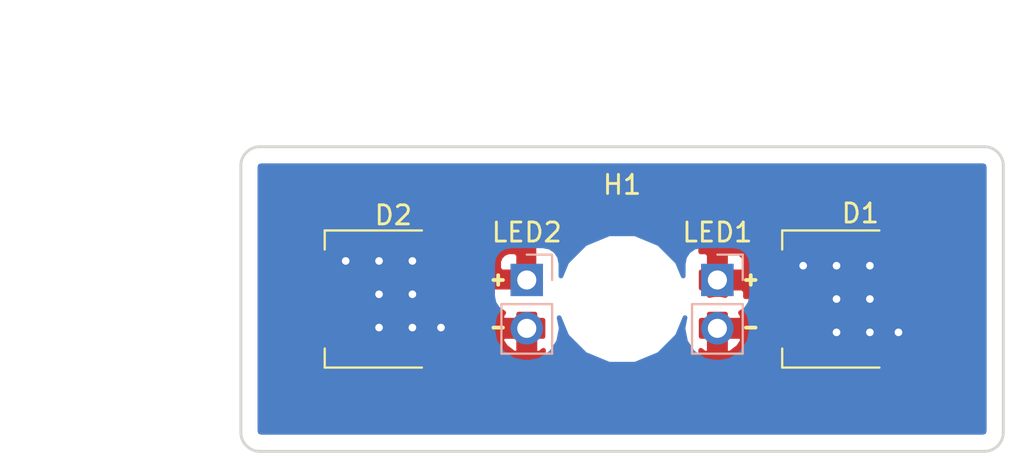
<source format=kicad_pcb>
(kicad_pcb (version 20171130) (host pcbnew "(5.0.2)-1")

  (general
    (thickness 1.6)
    (drawings 20)
    (tracks 18)
    (zones 0)
    (modules 5)
    (nets 6)
  )

  (page A4)
  (layers
    (0 F.Cu signal)
    (31 B.Cu signal)
    (32 B.Adhes user)
    (33 F.Adhes user)
    (34 B.Paste user)
    (35 F.Paste user)
    (36 B.SilkS user)
    (37 F.SilkS user)
    (38 B.Mask user)
    (39 F.Mask user)
    (40 Dwgs.User user)
    (41 Cmts.User user)
    (42 Eco1.User user)
    (43 Eco2.User user)
    (44 Edge.Cuts user)
    (45 Margin user)
    (46 B.CrtYd user)
    (47 F.CrtYd user)
    (48 B.Fab user hide)
    (49 F.Fab user hide)
  )

  (setup
    (last_trace_width 2)
    (trace_clearance 0.5)
    (zone_clearance 0.8)
    (zone_45_only no)
    (trace_min 0.2)
    (segment_width 0.2)
    (edge_width 0.15)
    (via_size 0.8)
    (via_drill 0.4)
    (via_min_size 0.4)
    (via_min_drill 0.3)
    (uvia_size 0.3)
    (uvia_drill 0.1)
    (uvias_allowed no)
    (uvia_min_size 0.2)
    (uvia_min_drill 0.1)
    (pcb_text_width 0.3)
    (pcb_text_size 1.5 1.5)
    (mod_edge_width 0.15)
    (mod_text_size 1 1)
    (mod_text_width 0.15)
    (pad_size 2.5 2.5)
    (pad_drill 2.5)
    (pad_to_mask_clearance 0.05)
    (solder_mask_min_width 0.2)
    (aux_axis_origin 0 0)
    (visible_elements 7FFFFF7F)
    (pcbplotparams
      (layerselection 0x010fc_ffffffff)
      (usegerberextensions false)
      (usegerberattributes false)
      (usegerberadvancedattributes false)
      (creategerberjobfile false)
      (excludeedgelayer true)
      (linewidth 0.200000)
      (plotframeref false)
      (viasonmask false)
      (mode 1)
      (useauxorigin false)
      (hpglpennumber 1)
      (hpglpenspeed 20)
      (hpglpendiameter 15.000000)
      (psnegative false)
      (psa4output false)
      (plotreference true)
      (plotvalue true)
      (plotinvisibletext false)
      (padsonsilk false)
      (subtractmaskfromsilk false)
      (outputformat 1)
      (mirror false)
      (drillshape 1)
      (scaleselection 1)
      (outputdirectory ""))
  )

  (net 0 "")
  (net 1 /LED1-)
  (net 2 /LED1+)
  (net 3 /T)
  (net 4 /LED2-)
  (net 5 /LED2+)

  (net_class Default "Это класс цепей по умолчанию."
    (clearance 0.5)
    (trace_width 2)
    (via_dia 0.8)
    (via_drill 0.4)
    (uvia_dia 0.3)
    (uvia_drill 0.1)
    (add_net /LED1+)
    (add_net /LED1-)
    (add_net /LED2+)
    (add_net /LED2-)
    (add_net /T)
  )

  (module MountingHole:MountingHole_5mm (layer F.Cu) (tedit 56D1B4CB) (tstamp 5CACEA18)
    (at 119.5 59)
    (descr "Mounting Hole 5mm, no annular")
    (tags "mounting hole 5mm no annular")
    (path /5CACDE90)
    (attr virtual)
    (fp_text reference H1 (at 0 -6) (layer F.SilkS)
      (effects (font (size 1 1) (thickness 0.15)))
    )
    (fp_text value MountingHole (at 0 6) (layer F.Fab)
      (effects (font (size 1 1) (thickness 0.15)))
    )
    (fp_circle (center 0 0) (end 5.25 0) (layer F.CrtYd) (width 0.05))
    (fp_circle (center 0 0) (end 5 0) (layer Cmts.User) (width 0.15))
    (fp_text user %R (at 0.3 0) (layer F.Fab)
      (effects (font (size 1 1) (thickness 0.15)))
    )
    (pad 1 np_thru_hole circle (at 0 0) (size 5 5) (drill 5) (layers *.Cu *.Mask))
  )

  (module Connector_PinHeader_2.54mm:PinHeader_1x02_P2.54mm_Vertical (layer B.Cu) (tedit 5CA0635C) (tstamp 5CA83013)
    (at 124.5 58 180)
    (descr "Through hole straight pin header, 1x02, 2.54mm pitch, single row")
    (tags "Through hole pin header THT 1x02 2.54mm single row")
    (path /5C996674)
    (fp_text reference J4 (at 0 2.33 180) (layer B.SilkS) hide
      (effects (font (size 1 1) (thickness 0.15)) (justify mirror))
    )
    (fp_text value Conn_01x02_Male (at 0 -4.87 180) (layer B.Fab)
      (effects (font (size 1 1) (thickness 0.15)) (justify mirror))
    )
    (fp_text user %R (at 0 -1.27 90) (layer B.Fab)
      (effects (font (size 1 1) (thickness 0.15)) (justify mirror))
    )
    (fp_line (start 1.8 1.8) (end -1.8 1.8) (layer B.CrtYd) (width 0.05))
    (fp_line (start 1.8 -4.35) (end 1.8 1.8) (layer B.CrtYd) (width 0.05))
    (fp_line (start -1.8 -4.35) (end 1.8 -4.35) (layer B.CrtYd) (width 0.05))
    (fp_line (start -1.8 1.8) (end -1.8 -4.35) (layer B.CrtYd) (width 0.05))
    (fp_line (start -1.33 1.33) (end 0 1.33) (layer B.SilkS) (width 0.12))
    (fp_line (start -1.33 0) (end -1.33 1.33) (layer B.SilkS) (width 0.12))
    (fp_line (start -1.33 -1.27) (end 1.33 -1.27) (layer B.SilkS) (width 0.12))
    (fp_line (start 1.33 -1.27) (end 1.33 -3.87) (layer B.SilkS) (width 0.12))
    (fp_line (start -1.33 -1.27) (end -1.33 -3.87) (layer B.SilkS) (width 0.12))
    (fp_line (start -1.33 -3.87) (end 1.33 -3.87) (layer B.SilkS) (width 0.12))
    (fp_line (start -1.27 0.635) (end -0.635 1.27) (layer B.Fab) (width 0.1))
    (fp_line (start -1.27 -3.81) (end -1.27 0.635) (layer B.Fab) (width 0.1))
    (fp_line (start 1.27 -3.81) (end -1.27 -3.81) (layer B.Fab) (width 0.1))
    (fp_line (start 1.27 1.27) (end 1.27 -3.81) (layer B.Fab) (width 0.1))
    (fp_line (start -0.635 1.27) (end 1.27 1.27) (layer B.Fab) (width 0.1))
    (pad 2 thru_hole oval (at 0 -2.54 180) (size 1.7 1.7) (drill 1) (layers *.Cu *.Mask)
      (net 1 /LED1-))
    (pad 1 thru_hole rect (at 0 0 180) (size 1.7 1.7) (drill 1) (layers *.Cu *.Mask)
      (net 2 /LED1+))
    (model ${KISYS3DMOD}/Connector_PinHeader_2.54mm.3dshapes/PinHeader_1x02_P2.54mm_Vertical.wrl
      (at (xyz 0 0 0))
      (scale (xyz 1 1 1))
      (rotate (xyz 0 0 0))
    )
  )

  (module Connector_PinHeader_2.54mm:PinHeader_1x02_P2.54mm_Vertical (layer B.Cu) (tedit 5C9D28A9) (tstamp 5CA75F97)
    (at 114.5 58 180)
    (descr "Through hole straight pin header, 1x02, 2.54mm pitch, single row")
    (tags "Through hole pin header THT 1x02 2.54mm single row")
    (path /5CA5FF58)
    (fp_text reference J5 (at 0 2.33 180) (layer B.SilkS) hide
      (effects (font (size 1 1) (thickness 0.15)) (justify mirror))
    )
    (fp_text value Conn_01x02_Male (at 0 -4.87 180) (layer B.Fab)
      (effects (font (size 1 1) (thickness 0.15)) (justify mirror))
    )
    (fp_line (start -0.635 1.27) (end 1.27 1.27) (layer B.Fab) (width 0.1))
    (fp_line (start 1.27 1.27) (end 1.27 -3.81) (layer B.Fab) (width 0.1))
    (fp_line (start 1.27 -3.81) (end -1.27 -3.81) (layer B.Fab) (width 0.1))
    (fp_line (start -1.27 -3.81) (end -1.27 0.635) (layer B.Fab) (width 0.1))
    (fp_line (start -1.27 0.635) (end -0.635 1.27) (layer B.Fab) (width 0.1))
    (fp_line (start -1.33 -3.87) (end 1.33 -3.87) (layer B.SilkS) (width 0.12))
    (fp_line (start -1.33 -1.27) (end -1.33 -3.87) (layer B.SilkS) (width 0.12))
    (fp_line (start 1.33 -1.27) (end 1.33 -3.87) (layer B.SilkS) (width 0.12))
    (fp_line (start -1.33 -1.27) (end 1.33 -1.27) (layer B.SilkS) (width 0.12))
    (fp_line (start -1.33 0) (end -1.33 1.33) (layer B.SilkS) (width 0.12))
    (fp_line (start -1.33 1.33) (end 0 1.33) (layer B.SilkS) (width 0.12))
    (fp_line (start -1.8 1.8) (end -1.8 -4.35) (layer B.CrtYd) (width 0.05))
    (fp_line (start -1.8 -4.35) (end 1.8 -4.35) (layer B.CrtYd) (width 0.05))
    (fp_line (start 1.8 -4.35) (end 1.8 1.8) (layer B.CrtYd) (width 0.05))
    (fp_line (start 1.8 1.8) (end -1.8 1.8) (layer B.CrtYd) (width 0.05))
    (fp_text user %R (at 0 -1.27 90) (layer B.Fab)
      (effects (font (size 1 1) (thickness 0.15)) (justify mirror))
    )
    (pad 1 thru_hole rect (at 0 0 180) (size 1.7 1.7) (drill 1) (layers *.Cu *.Mask)
      (net 5 /LED2+))
    (pad 2 thru_hole oval (at 0 -2.54 180) (size 1.7 1.7) (drill 1) (layers *.Cu *.Mask)
      (net 4 /LED2-))
    (model ${KISYS3DMOD}/Connector_PinHeader_2.54mm.3dshapes/PinHeader_1x02_P2.54mm_Vertical.wrl
      (at (xyz 0 0 0))
      (scale (xyz 1 1 1))
      (rotate (xyz 0 0 0))
    )
  )

  (module my_lib:LED_Cree-XHP70_12V (layer F.Cu) (tedit 5CA63EAD) (tstamp 5CA76BCE)
    (at 131.5 59)
    (descr "Cree XHP70 LED, 12V version, http://www.cree.com/~/media/Files/Cree/LED%20Components%20and%20Modules/XLamp/Data%20and%20Binning/ds%20XHP70.pdf")
    (tags "LED Cree XHP70")
    (path /5CA752EC)
    (attr smd)
    (fp_text reference D1 (at 0.5 -4.5) (layer F.SilkS)
      (effects (font (size 1 1) (thickness 0.15)))
    )
    (fp_text value LED_Cree_XHP70_12V (at 0 4.4) (layer F.Fab)
      (effects (font (size 1 1) (thickness 0.15)))
    )
    (fp_line (start 2.75 0) (end 2.75 1.75) (layer F.Fab) (width 0.1))
    (fp_line (start -2.75 0) (end 2.75 0) (layer F.Fab) (width 0.1))
    (fp_line (start -2.75 -1.75) (end -2.75 0) (layer F.Fab) (width 0.1))
    (fp_line (start -0.5 -1.75) (end 0.5 -1.75) (layer F.Fab) (width 0.1))
    (fp_line (start -0.5 -2.5) (end -1.75 -1.75) (layer F.Fab) (width 0.1))
    (fp_line (start -0.5 -1) (end -0.5 -2.5) (layer F.Fab) (width 0.1))
    (fp_line (start -1.75 -1.75) (end -0.5 -1) (layer F.Fab) (width 0.1))
    (fp_line (start -1.75 -1.75) (end -1.75 -1) (layer F.Fab) (width 0.1))
    (fp_line (start -1.75 -1.75) (end -1.75 -2.5) (layer F.Fab) (width 0.1))
    (fp_line (start -2.75 -1.75) (end -1.75 -1.75) (layer F.Fab) (width 0.1))
    (fp_line (start 0.5 -2.5) (end 0.5 -1) (layer F.Fab) (width 0.1))
    (fp_line (start 0.5 -1.75) (end 1.75 -2.5) (layer F.Fab) (width 0.1))
    (fp_line (start 1.75 -1) (end 0.5 -1.75) (layer F.Fab) (width 0.1))
    (fp_line (start 1.75 -1.75) (end 1.75 -1) (layer F.Fab) (width 0.1))
    (fp_line (start 1.75 -1.75) (end 1.75 -2.5) (layer F.Fab) (width 0.1))
    (fp_line (start 2.75 -1.75) (end 1.75 -1.75) (layer F.Fab) (width 0.1))
    (fp_line (start -3.6 -3.6) (end -3.6 -2.6) (layer F.SilkS) (width 0.12))
    (fp_line (start 1.5 -3.6) (end -3.6 -3.6) (layer F.SilkS) (width 0.12))
    (fp_line (start -3.6 3.6) (end -3.6 2.6) (layer F.SilkS) (width 0.12))
    (fp_line (start 1.5 3.6) (end -3.6 3.6) (layer F.SilkS) (width 0.12))
    (fp_line (start 3.7 3.7) (end 3.7 -3.7) (layer F.CrtYd) (width 0.05))
    (fp_line (start -3.7 3.7) (end 3.7 3.7) (layer F.CrtYd) (width 0.05))
    (fp_line (start -3.7 -3.7) (end -3.7 3.7) (layer F.CrtYd) (width 0.05))
    (fp_line (start 3.7 -3.7) (end -3.7 -3.7) (layer F.CrtYd) (width 0.05))
    (fp_line (start 3.5 3.5) (end 3.5 -3.5) (layer F.Fab) (width 0.1))
    (fp_line (start -3.5 3.5) (end 3.5 3.5) (layer F.Fab) (width 0.1))
    (fp_line (start -3.5 -3.5) (end -3.5 3.5) (layer F.Fab) (width 0.1))
    (fp_line (start 3.5 -3.5) (end -3.5 -3.5) (layer F.Fab) (width 0.1))
    (fp_line (start -0.5 1.75) (end 0.5 1.75) (layer F.Fab) (width 0.1))
    (fp_line (start 2.75 1.75) (end 1.75 1.75) (layer F.Fab) (width 0.1))
    (fp_line (start 1.75 1.75) (end 1.75 1) (layer F.Fab) (width 0.1))
    (fp_line (start 1.75 1.75) (end 1.75 2.5) (layer F.Fab) (width 0.1))
    (fp_line (start 1.75 2.5) (end 0.5 1.75) (layer F.Fab) (width 0.1))
    (fp_line (start 0.5 1.75) (end 1.75 1) (layer F.Fab) (width 0.1))
    (fp_line (start 0.5 1) (end 0.5 2.5) (layer F.Fab) (width 0.1))
    (fp_line (start -2.75 1.75) (end -1.75 1.75) (layer F.Fab) (width 0.1))
    (fp_line (start -1.75 1.75) (end -1.75 1) (layer F.Fab) (width 0.1))
    (fp_line (start -1.75 1.75) (end -1.75 2.5) (layer F.Fab) (width 0.1))
    (fp_line (start -1.75 1.75) (end -0.5 2.5) (layer F.Fab) (width 0.1))
    (fp_line (start -0.5 2.5) (end -0.5 1) (layer F.Fab) (width 0.1))
    (fp_line (start -0.5 1) (end -1.75 1.75) (layer F.Fab) (width 0.1))
    (fp_text user %R (at 0 0) (layer F.Fab)
      (effects (font (size 1 1) (thickness 0.1)))
    )
    (pad 1 smd rect (at -3 1.815) (size 0.7 3.13) (layers F.Cu F.Paste F.Mask)
      (net 1 /LED1-))
    (pad 2 smd rect (at 3 -1.815) (size 0.7 3.13) (layers F.Cu F.Paste F.Mask)
      (net 2 /LED1+))
    (pad 3 smd rect (at 0 0) (size 3.9 6.76) (layers F.Cu F.Mask)
      (net 3 /T))
    (pad 3 smd rect (at 2.65 1.815) (size 1.4 3.13) (layers F.Cu F.Mask)
      (net 3 /T))
    (pad 3 smd rect (at -2.65 -1.815) (size 1.4 3.13) (layers F.Cu F.Mask)
      (net 3 /T))
    (pad 3 smd rect (at -3 -1.815) (size 0.7 3.13) (layers F.Paste)
      (net 3 /T))
    (pad 3 smd rect (at 3 1.815) (size 0.7 3.13) (layers F.Paste)
      (net 3 /T))
    (pad 3 smd rect (at -0.77 -2.31) (size 1.29 1.29) (layers F.Paste)
      (net 3 /T))
    (pad 3 smd rect (at 0.77 -2.31) (size 1.29 1.29) (layers F.Paste)
      (net 3 /T))
    (pad 3 smd rect (at -0.77 -0.77) (size 1.29 1.29) (layers F.Paste)
      (net 3 /T))
    (pad 3 smd rect (at 0.77 -0.77) (size 1.29 1.29) (layers F.Paste)
      (net 3 /T))
    (pad 3 smd rect (at -0.77 0.77) (size 1.29 1.29) (layers F.Paste)
      (net 3 /T))
    (pad 3 smd rect (at 0.77 0.77) (size 1.29 1.29) (layers F.Paste)
      (net 3 /T))
    (pad 3 smd rect (at -0.77 2.31) (size 1.29 1.29) (layers F.Paste)
      (net 3 /T))
    (pad 3 smd rect (at 0.77 2.31) (size 1.29 1.29) (layers F.Paste)
      (net 3 /T))
    (model D:/GIT/my_rep/Ki_Lib/my_3d_lib/LED_XHP_70.stp
      (at (xyz 0 0 0))
      (scale (xyz 1 1 1))
      (rotate (xyz 0 0 0))
    )
  )

  (module my_lib:LED_Cree-XHP70_12V (layer F.Cu) (tedit 5CA63EAD) (tstamp 5CA77B0A)
    (at 107.5 59)
    (descr "Cree XHP70 LED, 12V version, http://www.cree.com/~/media/Files/Cree/LED%20Components%20and%20Modules/XLamp/Data%20and%20Binning/ds%20XHP70.pdf")
    (tags "LED Cree XHP70")
    (path /5CA75539)
    (attr smd)
    (fp_text reference D2 (at 0 -4.4) (layer F.SilkS)
      (effects (font (size 1 1) (thickness 0.15)))
    )
    (fp_text value LED_Cree_XHP70_12V (at 0 4.4) (layer F.Fab)
      (effects (font (size 1 1) (thickness 0.15)))
    )
    (fp_line (start 2.75 0) (end 2.75 1.75) (layer F.Fab) (width 0.1))
    (fp_line (start -2.75 0) (end 2.75 0) (layer F.Fab) (width 0.1))
    (fp_line (start -2.75 -1.75) (end -2.75 0) (layer F.Fab) (width 0.1))
    (fp_line (start -0.5 -1.75) (end 0.5 -1.75) (layer F.Fab) (width 0.1))
    (fp_line (start -0.5 -2.5) (end -1.75 -1.75) (layer F.Fab) (width 0.1))
    (fp_line (start -0.5 -1) (end -0.5 -2.5) (layer F.Fab) (width 0.1))
    (fp_line (start -1.75 -1.75) (end -0.5 -1) (layer F.Fab) (width 0.1))
    (fp_line (start -1.75 -1.75) (end -1.75 -1) (layer F.Fab) (width 0.1))
    (fp_line (start -1.75 -1.75) (end -1.75 -2.5) (layer F.Fab) (width 0.1))
    (fp_line (start -2.75 -1.75) (end -1.75 -1.75) (layer F.Fab) (width 0.1))
    (fp_line (start 0.5 -2.5) (end 0.5 -1) (layer F.Fab) (width 0.1))
    (fp_line (start 0.5 -1.75) (end 1.75 -2.5) (layer F.Fab) (width 0.1))
    (fp_line (start 1.75 -1) (end 0.5 -1.75) (layer F.Fab) (width 0.1))
    (fp_line (start 1.75 -1.75) (end 1.75 -1) (layer F.Fab) (width 0.1))
    (fp_line (start 1.75 -1.75) (end 1.75 -2.5) (layer F.Fab) (width 0.1))
    (fp_line (start 2.75 -1.75) (end 1.75 -1.75) (layer F.Fab) (width 0.1))
    (fp_line (start -3.6 -3.6) (end -3.6 -2.6) (layer F.SilkS) (width 0.12))
    (fp_line (start 1.5 -3.6) (end -3.6 -3.6) (layer F.SilkS) (width 0.12))
    (fp_line (start -3.6 3.6) (end -3.6 2.6) (layer F.SilkS) (width 0.12))
    (fp_line (start 1.5 3.6) (end -3.6 3.6) (layer F.SilkS) (width 0.12))
    (fp_line (start 3.7 3.7) (end 3.7 -3.7) (layer F.CrtYd) (width 0.05))
    (fp_line (start -3.7 3.7) (end 3.7 3.7) (layer F.CrtYd) (width 0.05))
    (fp_line (start -3.7 -3.7) (end -3.7 3.7) (layer F.CrtYd) (width 0.05))
    (fp_line (start 3.7 -3.7) (end -3.7 -3.7) (layer F.CrtYd) (width 0.05))
    (fp_line (start 3.5 3.5) (end 3.5 -3.5) (layer F.Fab) (width 0.1))
    (fp_line (start -3.5 3.5) (end 3.5 3.5) (layer F.Fab) (width 0.1))
    (fp_line (start -3.5 -3.5) (end -3.5 3.5) (layer F.Fab) (width 0.1))
    (fp_line (start 3.5 -3.5) (end -3.5 -3.5) (layer F.Fab) (width 0.1))
    (fp_line (start -0.5 1.75) (end 0.5 1.75) (layer F.Fab) (width 0.1))
    (fp_line (start 2.75 1.75) (end 1.75 1.75) (layer F.Fab) (width 0.1))
    (fp_line (start 1.75 1.75) (end 1.75 1) (layer F.Fab) (width 0.1))
    (fp_line (start 1.75 1.75) (end 1.75 2.5) (layer F.Fab) (width 0.1))
    (fp_line (start 1.75 2.5) (end 0.5 1.75) (layer F.Fab) (width 0.1))
    (fp_line (start 0.5 1.75) (end 1.75 1) (layer F.Fab) (width 0.1))
    (fp_line (start 0.5 1) (end 0.5 2.5) (layer F.Fab) (width 0.1))
    (fp_line (start -2.75 1.75) (end -1.75 1.75) (layer F.Fab) (width 0.1))
    (fp_line (start -1.75 1.75) (end -1.75 1) (layer F.Fab) (width 0.1))
    (fp_line (start -1.75 1.75) (end -1.75 2.5) (layer F.Fab) (width 0.1))
    (fp_line (start -1.75 1.75) (end -0.5 2.5) (layer F.Fab) (width 0.1))
    (fp_line (start -0.5 2.5) (end -0.5 1) (layer F.Fab) (width 0.1))
    (fp_line (start -0.5 1) (end -1.75 1.75) (layer F.Fab) (width 0.1))
    (fp_text user %R (at 0 0) (layer F.Fab)
      (effects (font (size 1 1) (thickness 0.1)))
    )
    (pad 1 smd rect (at -3 1.815) (size 0.7 3.13) (layers F.Cu F.Paste F.Mask)
      (net 4 /LED2-))
    (pad 2 smd rect (at 3 -1.815) (size 0.7 3.13) (layers F.Cu F.Paste F.Mask)
      (net 5 /LED2+))
    (pad 3 smd rect (at 0 0) (size 3.9 6.76) (layers F.Cu F.Mask)
      (net 3 /T))
    (pad 3 smd rect (at 2.65 1.815) (size 1.4 3.13) (layers F.Cu F.Mask)
      (net 3 /T))
    (pad 3 smd rect (at -2.65 -1.815) (size 1.4 3.13) (layers F.Cu F.Mask)
      (net 3 /T))
    (pad 3 smd rect (at -3 -1.815) (size 0.7 3.13) (layers F.Paste)
      (net 3 /T))
    (pad 3 smd rect (at 3 1.815) (size 0.7 3.13) (layers F.Paste)
      (net 3 /T))
    (pad 3 smd rect (at -0.77 -2.31) (size 1.29 1.29) (layers F.Paste)
      (net 3 /T))
    (pad 3 smd rect (at 0.77 -2.31) (size 1.29 1.29) (layers F.Paste)
      (net 3 /T))
    (pad 3 smd rect (at -0.77 -0.77) (size 1.29 1.29) (layers F.Paste)
      (net 3 /T))
    (pad 3 smd rect (at 0.77 -0.77) (size 1.29 1.29) (layers F.Paste)
      (net 3 /T))
    (pad 3 smd rect (at -0.77 0.77) (size 1.29 1.29) (layers F.Paste)
      (net 3 /T))
    (pad 3 smd rect (at 0.77 0.77) (size 1.29 1.29) (layers F.Paste)
      (net 3 /T))
    (pad 3 smd rect (at -0.77 2.31) (size 1.29 1.29) (layers F.Paste)
      (net 3 /T))
    (pad 3 smd rect (at 0.77 2.31) (size 1.29 1.29) (layers F.Paste)
      (net 3 /T))
    (model D:/GIT/my_rep/Ki_Lib/my_3d_lib/LED_XHP_70.stp
      (at (xyz 0 0 0))
      (scale (xyz 1 1 1))
      (rotate (xyz 0 0 0))
    )
  )

  (gr_line (start 112.75 58) (end 113.25 58) (layer F.SilkS) (width 0.2) (tstamp 5CACECAF))
  (gr_line (start 113.25 60.5) (end 112.750001 60.5) (layer F.SilkS) (width 0.2) (tstamp 5CACECAE))
  (gr_line (start 113 57.75) (end 113 58.25) (layer F.SilkS) (width 0.2) (tstamp 5CACECAD))
  (dimension 16 (width 0.3) (layer Margin)
    (gr_text "16,000 мм" (at 92.4 59 270) (layer Margin) (tstamp 5CACECA4)
      (effects (font (size 1.5 1.5) (thickness 0.3)))
    )
    (feature1 (pts (xy 138.5 67) (xy 93.913579 67)))
    (feature2 (pts (xy 138.5 51) (xy 93.913579 51)))
    (crossbar (pts (xy 94.5 51) (xy 94.5 67)))
    (arrow1a (pts (xy 94.5 67) (xy 93.913579 65.873496)))
    (arrow1b (pts (xy 94.5 67) (xy 95.086421 65.873496)))
    (arrow2a (pts (xy 94.5 51) (xy 93.913579 52.126504)))
    (arrow2b (pts (xy 94.5 51) (xy 95.086421 52.126504)))
  )
  (gr_arc (start 138.5 66) (end 138.5 67) (angle -90) (layer Edge.Cuts) (width 0.15) (tstamp 5CACD888))
  (gr_arc (start 100.5 66) (end 99.5 66) (angle -90) (layer Edge.Cuts) (width 0.15) (tstamp 5CACD887))
  (gr_line (start 138.5 67) (end 100.5 67) (layer Edge.Cuts) (width 0.15) (tstamp 5CACD886))
  (dimension 40 (width 0.3) (layer Margin)
    (gr_text "40,000 мм" (at 119.5 44.4) (layer Margin)
      (effects (font (size 1.5 1.5) (thickness 0.3)))
    )
    (feature1 (pts (xy 139.5 52) (xy 139.5 45.913579)))
    (feature2 (pts (xy 99.5 52) (xy 99.5 45.913579)))
    (crossbar (pts (xy 99.5 46.5) (xy 139.5 46.5)))
    (arrow1a (pts (xy 139.5 46.5) (xy 138.373496 47.086421)))
    (arrow1b (pts (xy 139.5 46.5) (xy 138.373496 45.913579)))
    (arrow2a (pts (xy 99.5 46.5) (xy 100.626504 47.086421)))
    (arrow2b (pts (xy 99.5 46.5) (xy 100.626504 45.913579)))
  )
  (gr_text LED1 (at 124.5 55.5) (layer F.SilkS)
    (effects (font (size 1 1) (thickness 0.15)))
  )
  (gr_line (start 98.5 59) (end 140.5 59) (layer Dwgs.User) (width 0.2))
  (gr_line (start 119.5 68) (end 119.5 50) (layer Dwgs.User) (width 0.2))
  (gr_arc (start 100.5 52) (end 100.5 51) (angle -90) (layer Edge.Cuts) (width 0.15) (tstamp 5C9FC718))
  (gr_arc (start 138.5 52) (end 139.5 52) (angle -90) (layer Edge.Cuts) (width 0.15) (tstamp 5C9FC718))
  (gr_line (start 126 58) (end 126.5 58) (layer F.SilkS) (width 0.2) (tstamp 5C9F85BB))
  (gr_line (start 126.25 57.75) (end 126.25 58.25) (layer F.SilkS) (width 0.2) (tstamp 5C9F85BA))
  (gr_line (start 126.5 60.5) (end 126.000001 60.5) (layer F.SilkS) (width 0.2) (tstamp 5C9F85B9))
  (gr_text LED2 (at 114.5 55.5) (layer F.SilkS) (tstamp 5C9F7F18)
    (effects (font (size 1 1) (thickness 0.15)))
  )
  (gr_line (start 100.5 51) (end 138.5 51) (layer Edge.Cuts) (width 0.15))
  (gr_line (start 99.5 66) (end 99.5 52) (layer Edge.Cuts) (width 0.15))
  (gr_line (start 139.5 52) (end 139.5 66) (layer Edge.Cuts) (width 0.15))

  (via (at 132.5 59) (size 0.8) (drill 0.4) (layers F.Cu B.Cu) (net 3))
  (via (at 130.75 59) (size 0.8) (drill 0.4) (layers F.Cu B.Cu) (net 3))
  (via (at 132.5 57.25) (size 0.8) (drill 0.4) (layers F.Cu B.Cu) (net 3))
  (via (at 130.75 57.25) (size 0.8) (drill 0.4) (layers F.Cu B.Cu) (net 3))
  (via (at 129 57.25) (size 0.8) (drill 0.4) (layers F.Cu B.Cu) (net 3))
  (via (at 110 60.5) (size 0.8) (drill 0.4) (layers F.Cu B.Cu) (net 3))
  (via (at 108.5 60.5) (size 0.8) (drill 0.4) (layers F.Cu B.Cu) (net 3))
  (via (at 106.75 60.5) (size 0.8) (drill 0.4) (layers F.Cu B.Cu) (net 3))
  (via (at 108.5 58.75) (size 0.8) (drill 0.4) (layers F.Cu B.Cu) (net 3))
  (via (at 106.75 58.75) (size 0.8) (drill 0.4) (layers F.Cu B.Cu) (net 3))
  (via (at 108.5 57) (size 0.8) (drill 0.4) (layers F.Cu B.Cu) (net 3))
  (via (at 106.75 57) (size 0.8) (drill 0.4) (layers F.Cu B.Cu) (net 3))
  (via (at 105 57) (size 0.8) (drill 0.4) (layers F.Cu B.Cu) (net 3))
  (segment (start 114.5 64.5) (end 104 64.5) (width 2) (layer F.Cu) (net 4))
  (segment (start 125 54) (end 135.5 54) (width 2) (layer F.Cu) (net 2))
  (via (at 130.75 60.75) (size 0.8) (drill 0.4) (layers F.Cu B.Cu) (net 3))
  (via (at 132.5 60.75) (size 0.8) (drill 0.4) (layers F.Cu B.Cu) (net 3))
  (via (at 134 60.75) (size 0.8) (drill 0.4) (layers F.Cu B.Cu) (net 3))

  (zone (net 5) (net_name /LED2+) (layer F.Cu) (tstamp 0) (hatch edge 0.508)
    (connect_pads (clearance 0.8))
    (min_thickness 0.25)
    (fill yes (arc_segments 16) (thermal_gap 0.5) (thermal_bridge_width 2))
    (polygon
      (pts
        (xy 115 58.5) (xy 110 58.5) (xy 110 54) (xy 115 54)
      )
    )
    (filled_polygon
      (pts
        (xy 114.875 58.375) (xy 111.475 58.375) (xy 111.475 58.12375) (xy 111.31875 57.9675) (xy 110.675 57.9675)
        (xy 110.675 58.08) (xy 110.393121 58.08) (xy 110.393121 57.02568) (xy 113.025 57.02568) (xy 113.025 57.41875)
        (xy 113.18125 57.575) (xy 114.075 57.575) (xy 114.075 56.68125) (xy 113.91875 56.525) (xy 113.52568 56.525)
        (xy 113.295966 56.62015) (xy 113.120151 56.795966) (xy 113.025 57.02568) (xy 110.393121 57.02568) (xy 110.393121 55.62)
        (xy 110.325 55.277533) (xy 110.325 55.15125) (xy 110.675 55.15125) (xy 110.675 56.4025) (xy 111.31875 56.4025)
        (xy 111.475 56.24625) (xy 111.475 55.49568) (xy 111.379849 55.265966) (xy 111.204034 55.09015) (xy 110.97432 54.995)
        (xy 110.83125 54.995) (xy 110.675 55.15125) (xy 110.325 55.15125) (xy 110.16875 54.995) (xy 110.144875 54.995)
        (xy 110.125 54.965255) (xy 110.125 54.125) (xy 114.875 54.125)
      )
    )
  )
  (zone (net 2) (net_name /LED1+) (layer F.Cu) (tstamp 5CACECF9) (hatch edge 0.508)
    (connect_pads (clearance 0.8))
    (min_thickness 0.25)
    (fill yes (arc_segments 16) (thermal_gap 0.5) (thermal_bridge_width 2))
    (polygon
      (pts
        (xy 134 59) (xy 137 59) (xy 137 53) (xy 134 53)
      )
    )
    (filled_polygon
      (pts
        (xy 136.875 58.875) (xy 135.71192 58.875) (xy 135.516887 58.583113) (xy 135.475 58.555125) (xy 135.475 58.12375)
        (xy 135.31875 57.9675) (xy 134.675 57.9675) (xy 134.675 58.08) (xy 134.393121 58.08) (xy 134.393121 55.62)
        (xy 134.325 55.277533) (xy 134.325 55.15125) (xy 134.675 55.15125) (xy 134.675 56.4025) (xy 135.31875 56.4025)
        (xy 135.475 56.24625) (xy 135.475 55.49568) (xy 135.379849 55.265966) (xy 135.204034 55.09015) (xy 134.97432 54.995)
        (xy 134.83125 54.995) (xy 134.675 55.15125) (xy 134.325 55.15125) (xy 134.16875 54.995) (xy 134.144875 54.995)
        (xy 134.125 54.965255) (xy 134.125 53.125) (xy 136.875 53.125)
      )
    )
  )
  (zone (net 2) (net_name /LED1+) (layer F.Cu) (tstamp 5CACED16) (hatch edge 0.508)
    (connect_pads (clearance 0.8))
    (min_thickness 0.25)
    (fill yes (arc_segments 16) (thermal_gap 0.5) (thermal_bridge_width 2))
    (polygon
      (pts
        (xy 123.5 59) (xy 127 59) (xy 127 53) (xy 123.5 53)
      )
    )
    (filled_polygon
      (pts
        (xy 126.875 58.875) (xy 125.975 58.875) (xy 125.975 58.58125) (xy 125.81875 58.425) (xy 124.925 58.425)
        (xy 124.925 58.814764) (xy 124.674821 58.765) (xy 124.325179 58.765) (xy 124.075 58.814764) (xy 124.075 58.425)
        (xy 123.65 58.425) (xy 123.65 57.575) (xy 124.075 57.575) (xy 124.075 56.68125) (xy 124.925 56.68125)
        (xy 124.925 57.575) (xy 125.81875 57.575) (xy 125.975 57.41875) (xy 125.975 57.02568) (xy 125.879849 56.795966)
        (xy 125.704034 56.62015) (xy 125.47432 56.525) (xy 125.08125 56.525) (xy 124.925 56.68125) (xy 124.075 56.68125)
        (xy 123.91875 56.525) (xy 123.625 56.525) (xy 123.625 53.125) (xy 126.875 53.125)
      )
    )
  )
  (zone (net 1) (net_name /LED1-) (layer F.Cu) (tstamp 5CACED33) (hatch edge 0.508)
    (connect_pads (clearance 0.8))
    (min_thickness 0.25)
    (fill yes (arc_segments 16) (thermal_gap 0.5) (thermal_bridge_width 2))
    (polygon
      (pts
        (xy 123.5 64) (xy 129 64) (xy 129 59.5) (xy 123.5 59.5)
      )
    )
    (filled_polygon
      (pts
        (xy 127.525 59.87625) (xy 127.68125 60.0325) (xy 128.325 60.0325) (xy 128.325 59.92) (xy 128.606879 59.92)
        (xy 128.606879 62.38) (xy 128.675 62.722467) (xy 128.675 62.84875) (xy 128.83125 63.005) (xy 128.855125 63.005)
        (xy 128.875 63.034745) (xy 128.875 63.875) (xy 123.625 63.875) (xy 123.625 61.692093) (xy 123.859272 61.868604)
        (xy 124.075 61.796229) (xy 124.075 60.965) (xy 124.925 60.965) (xy 124.925 61.796229) (xy 125.140728 61.868604)
        (xy 125.293166 61.75375) (xy 127.525 61.75375) (xy 127.525 62.50432) (xy 127.620151 62.734034) (xy 127.795966 62.90985)
        (xy 128.02568 63.005) (xy 128.16875 63.005) (xy 128.325 62.84875) (xy 128.325 61.5975) (xy 127.68125 61.5975)
        (xy 127.525 61.75375) (xy 125.293166 61.75375) (xy 125.60039 61.522274) (xy 125.828571 61.180723) (xy 125.74839 60.965)
        (xy 124.925 60.965) (xy 124.075 60.965) (xy 123.65 60.965) (xy 123.65 60.115) (xy 124.075 60.115)
        (xy 124.075 59.793121) (xy 124.925 59.793121) (xy 124.925 60.115) (xy 125.74839 60.115) (xy 125.828571 59.899277)
        (xy 125.709833 59.721546) (xy 125.710917 59.72133) (xy 125.855085 59.625) (xy 127.525 59.625)
      )
    )
  )
  (zone (net 4) (net_name /LED2-) (layer F.Cu) (tstamp 5CACED61) (hatch edge 0.508)
    (connect_pads (clearance 0.8))
    (min_thickness 0.25)
    (fill yes (arc_segments 16) (thermal_gap 0.5) (thermal_bridge_width 2))
    (polygon
      (pts
        (xy 115.5 59.5) (xy 112 59.5) (xy 112 65.5) (xy 115.5 65.5)
      )
    )
    (filled_polygon
      (pts
        (xy 113.289083 59.72133) (xy 113.290167 59.721546) (xy 113.171429 59.899277) (xy 113.25161 60.115) (xy 114.075 60.115)
        (xy 114.075 59.793121) (xy 114.925 59.793121) (xy 114.925 60.115) (xy 115.35 60.115) (xy 115.35 60.965)
        (xy 114.925 60.965) (xy 114.925 61.796229) (xy 115.140728 61.868604) (xy 115.375 61.692093) (xy 115.375 65.375)
        (xy 112.125 65.375) (xy 112.125 61.180723) (xy 113.171429 61.180723) (xy 113.39961 61.522274) (xy 113.859272 61.868604)
        (xy 114.075 61.796229) (xy 114.075 60.965) (xy 113.25161 60.965) (xy 113.171429 61.180723) (xy 112.125 61.180723)
        (xy 112.125 59.625) (xy 113.144915 59.625)
      )
    )
  )
  (zone (net 4) (net_name /LED2-) (layer F.Cu) (tstamp 5CACED76) (hatch edge 0.508)
    (connect_pads (clearance 0.8))
    (min_thickness 0.25)
    (fill yes (arc_segments 16) (thermal_gap 0.5) (thermal_bridge_width 2))
    (polygon
      (pts
        (xy 105.5 59.5) (xy 102.5 59.5) (xy 102.5 65.5) (xy 105.5 65.5)
      )
    )
    (filled_polygon
      (pts
        (xy 103.525 59.87625) (xy 103.68125 60.0325) (xy 104.325 60.0325) (xy 104.325 59.92) (xy 104.606879 59.92)
        (xy 104.606879 62.38) (xy 104.675 62.722467) (xy 104.675 62.84875) (xy 104.83125 63.005) (xy 104.855125 63.005)
        (xy 104.883113 63.046887) (xy 105.189083 63.25133) (xy 105.375 63.288311) (xy 105.375 65.375) (xy 102.625 65.375)
        (xy 102.625 61.75375) (xy 103.525 61.75375) (xy 103.525 62.50432) (xy 103.620151 62.734034) (xy 103.795966 62.90985)
        (xy 104.02568 63.005) (xy 104.16875 63.005) (xy 104.325 62.84875) (xy 104.325 61.5975) (xy 103.68125 61.5975)
        (xy 103.525 61.75375) (xy 102.625 61.75375) (xy 102.625 59.625) (xy 103.525 59.625)
      )
    )
  )
  (zone (net 3) (net_name /T) (layer B.Cu) (tstamp 0) (hatch edge 0.508)
    (connect_pads (clearance 0.8))
    (min_thickness 0.25)
    (fill yes (arc_segments 16) (thermal_gap 0.5) (thermal_bridge_width 2))
    (polygon
      (pts
        (xy 99.5 51) (xy 139.5 51) (xy 139.5 67) (xy 99.5 67)
      )
    )
    (filled_polygon
      (pts
        (xy 138.48366 52.01634) (xy 138.5 52.098488) (xy 138.500001 65.901507) (xy 138.48366 65.98366) (xy 138.401512 66)
        (xy 100.598488 66) (xy 100.51634 65.98366) (xy 100.5 65.901512) (xy 100.5 60.54) (xy 112.690226 60.54)
        (xy 112.827987 61.232571) (xy 113.220297 61.819703) (xy 113.807429 62.212013) (xy 114.325179 62.315) (xy 114.674821 62.315)
        (xy 115.192571 62.212013) (xy 115.779703 61.819703) (xy 116.172013 61.232571) (xy 116.309774 60.54) (xy 116.198057 59.978361)
        (xy 116.596425 60.940107) (xy 117.559893 61.903575) (xy 118.818725 62.425) (xy 120.181275 62.425) (xy 121.440107 61.903575)
        (xy 122.403575 60.940107) (xy 122.801943 59.978361) (xy 122.690226 60.54) (xy 122.827987 61.232571) (xy 123.220297 61.819703)
        (xy 123.807429 62.212013) (xy 124.325179 62.315) (xy 124.674821 62.315) (xy 125.192571 62.212013) (xy 125.779703 61.819703)
        (xy 126.172013 61.232571) (xy 126.309774 60.54) (xy 126.172013 59.847429) (xy 125.971441 59.547253) (xy 126.016887 59.516887)
        (xy 126.22133 59.210917) (xy 126.293121 58.85) (xy 126.293121 57.15) (xy 126.22133 56.789083) (xy 126.016887 56.483113)
        (xy 125.710917 56.27867) (xy 125.35 56.206879) (xy 123.65 56.206879) (xy 123.289083 56.27867) (xy 122.983113 56.483113)
        (xy 122.77867 56.789083) (xy 122.706879 57.15) (xy 122.706879 57.792134) (xy 122.403575 57.059893) (xy 121.440107 56.096425)
        (xy 120.181275 55.575) (xy 118.818725 55.575) (xy 117.559893 56.096425) (xy 116.596425 57.059893) (xy 116.293121 57.792134)
        (xy 116.293121 57.15) (xy 116.22133 56.789083) (xy 116.016887 56.483113) (xy 115.710917 56.27867) (xy 115.35 56.206879)
        (xy 113.65 56.206879) (xy 113.289083 56.27867) (xy 112.983113 56.483113) (xy 112.77867 56.789083) (xy 112.706879 57.15)
        (xy 112.706879 58.85) (xy 112.77867 59.210917) (xy 112.983113 59.516887) (xy 113.028559 59.547253) (xy 112.827987 59.847429)
        (xy 112.690226 60.54) (xy 100.5 60.54) (xy 100.5 52.098488) (xy 100.51634 52.01634) (xy 100.598488 52)
        (xy 138.401512 52)
      )
    )
  )
)

</source>
